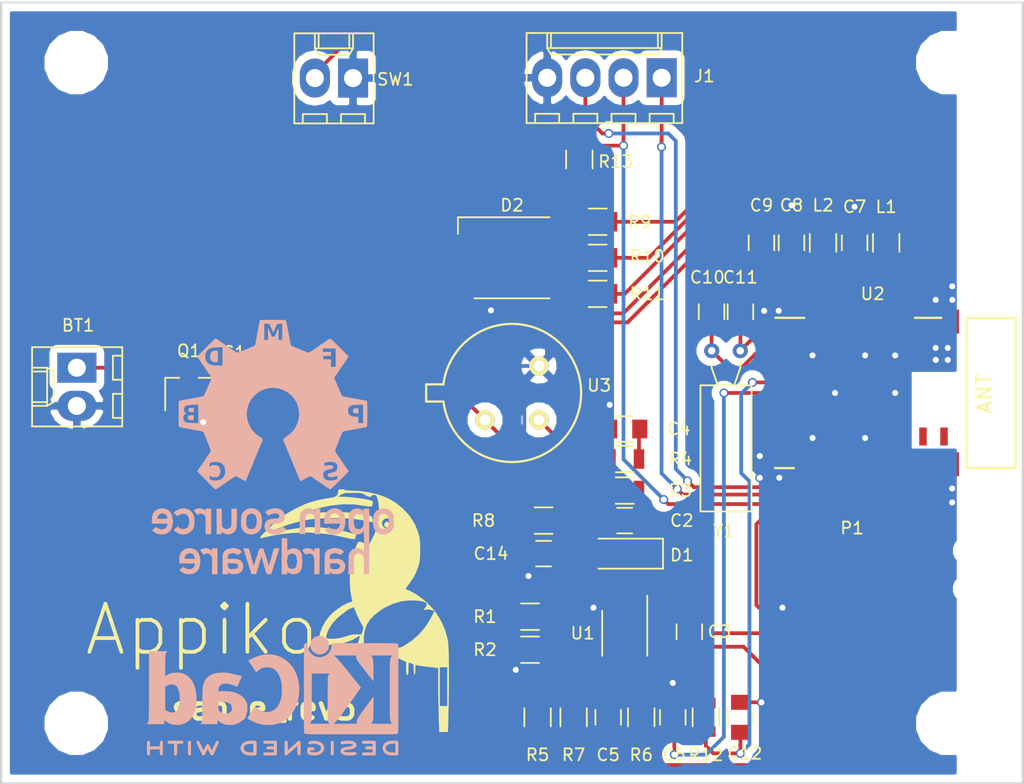
<source format=kicad_pcb>
(kicad_pcb (version 4) (host pcbnew 4.0.7)
  (layers (0 F.Cu signal) (31 B.Cu signal) (34 B.Paste user) (35 F.Paste user) (36 B.SilkS user) (37 F.SilkS user) (38 B.Mask user) (39 F.Mask user) (44 Edge.Cuts user))
  (net 0 "")
  (net 1 "Net-(BT1-Pad1)")
  (net 2 VDD)
  (net 3 GND)
  (net 4 "Net-(C2-Pad1)")
  (net 5 /OUT_A)
  (net 6 "Net-(C3-Pad2)")
  (net 7 "Net-(C4-Pad1)")
  (net 8 "Net-(C5-Pad1)")
  (net 9 "Net-(C5-Pad2)")
  (net 10 /AMP_SIGNAL)
  (net 11 /DEC4)
  (net 12 /LFCLK_XL1)
  (net 13 /LFCLK_XL2)
  (net 14 /AMP_OFFSET)
  (net 15 /PIR_OUT)
  (net 16 "Net-(D2-Pad5)")
  (net 17 "Net-(D2-Pad6)")
  (net 18 /FOCUS)
  (net 19 "Net-(L1-Pad2)")
  (net 20 /DCC)
  (net 21 /TX)
  (net 22 /RX)
  (net 23 /SWDIO)
  (net 24 /SWDCLK)
  (net 25 /RESET)
  (net 26 /GPIO1)
  (net 27 /GPIO2)
  (net 28 /AMP_REF)
  (net 29 /LED_BLUE)
  (net 30 /LED_RED)
  (net 31 /LED_GREEN)
  (net 32 /JACK_DETECT)
  (net 33 "Net-(U2-Pad41)")
  (net 34 "Net-(U2-Pad40)")
  (net 35 /TRIGGER)
  (net 36 "Net-(U2-Pad23)")
  (net 37 "Net-(U2-Pad22)")
  (net 38 "Net-(U2-Pad21)")
  (net 39 "Net-(U2-Pad20)")
  (net 40 "Net-(U2-Pad19)")
  (net 41 "Net-(U2-Pad15)")
  (net 42 /BUTTON)
  (net 43 "Net-(U2-Pad2)")
  (net 44 /LED_SENSE)
  (net 45 "Net-(U2-Pad38)")
  (net 46 "Net-(U2-Pad16)")
  (net 47 "Net-(U2-Pad30)")
  (net 48 "Net-(U2-Pad29)")
  (net 49 "Net-(U2-Pad28)")
  (module Symbols:KiCad-Logo2_8mm_SilkScreen (layer B.Cu) (at 147.08 112.14 180)
    (fp_text reference REF*** hide)
    (fp_text value KiCad-Logo2_8mm_SilkScreen hide)
  )
  (module Appiko_LOGO:LOGO (layer F.Cu) (at 152.5 106.5)
    (fp_text reference G*** hide)
    (fp_text value LOGO hide)
    (fp_text user Appiko (at -10.16 1.27) (layer F.SilkS) (effects (font (size 3.2 3.2) (thickness 0.25))))
  )
  (module Appiko_Logo:OSHW1 (layer B.Cu) (at 147.1 95.6 180)
    (fp_text reference G*** hide)
    (fp_text value LOGO hide)
  )
  (module sense_rev3_fp:Molex_KK-6410-02_02x2.54mm_Straight (layer F.Cu) (at 134.04 90.32 270)
    (fp_text reference BT1 (at -2.818 -0.086 360) (layer F.SilkS) (effects (font (size 0.8 0.8) (thickness 0.12))))
    (fp_text value "2 x 1.3V")
    (pad 1 thru_hole rect (at 0 0 270) (size 2 2.6) (drill 1.2) (layers *.Cu *.Mask) (net 1 "Net-(BT1-Pad1)"))
    (pad 2 thru_hole oval (at 2.54 0 270) (size 2 2.6) (drill 1.2) (layers *.Cu *.Mask) (net 3 GND))
  )
  (module sense_rev3_fp:C_0805 (layer F.Cu) (at 144.5 91.75 270)
    (fp_text reference C1 (at -2.45 0 360) (layer F.SilkS) (effects (font (size 0.8 0.8) (thickness 0.12))))
    (fp_text value 10uF)
    (pad 1 smd rect (at -1 0 270) (size 1 1.25) (layers F.Cu F.Paste F.Mask) (net 2 VDD))
    (pad 2 smd rect (at 1 0 270) (size 1 1.25) (layers F.Cu F.Paste F.Mask) (net 3 GND))
  )
  (module sense_rev3_fp:C_0805 (layer F.Cu) (at 170.5 100.5)
    (fp_text reference C2 (at 3.8 0) (layer F.SilkS) (effects (font (size 0.8 0.8) (thickness 0.12))))
    (fp_text value 10nF)
    (pad 1 smd rect (at -1 0) (size 1 1.25) (layers F.Cu F.Paste F.Mask) (net 4 "Net-(C2-Pad1)"))
    (pad 2 smd rect (at 1 0) (size 1 1.25) (layers F.Cu F.Paste F.Mask) (net 5 /OUT_A))
  )
  (module sense_rev3_fp:C_0805 (layer F.Cu) (at 174.8 107.9 270)
    (fp_text reference C3 (at 0 -2 360) (layer F.SilkS) (effects (font (size 0.8 0.8) (thickness 0.12))))
    (fp_text value 10uF)
    (pad 1 smd rect (at -1 0 270) (size 1 1.25) (layers F.Cu F.Paste F.Mask) (net 5 /OUT_A))
    (pad 2 smd rect (at 1 0 270) (size 1 1.25) (layers F.Cu F.Paste F.Mask) (net 6 "Net-(C3-Pad2)"))
  )
  (module sense_rev3_fp:C_0805 (layer F.Cu) (at 170.5 94.4 180)
    (fp_text reference C4 (at -3.6 0 180) (layer F.SilkS) (effects (font (size 0.8 0.8) (thickness 0.12))))
    (fp_text value 10uF)
    (pad 1 smd rect (at -1 0 180) (size 1 1.25) (layers F.Cu F.Paste F.Mask) (net 7 "Net-(C4-Pad1)"))
    (pad 2 smd rect (at 1 0 180) (size 1 1.25) (layers F.Cu F.Paste F.Mask) (net 3 GND))
  )
  (module sense_rev3_fp:C_0805 (layer F.Cu) (at 169.4 113.6 90)
    (fp_text reference C5 (at -2.5 0 180) (layer F.SilkS) (effects (font (size 0.8 0.8) (thickness 0.12))))
    (fp_text value 10nF)
    (pad 1 smd rect (at -1 0 90) (size 1 1.25) (layers F.Cu F.Paste F.Mask) (net 8 "Net-(C5-Pad1)"))
    (pad 2 smd rect (at 1 0 90) (size 1 1.25) (layers F.Cu F.Paste F.Mask) (net 9 "Net-(C5-Pad2)"))
  )
  (module sense_rev3_fp:C_0805 (layer F.Cu) (at 173.7 113.6 90)
    (fp_text reference C6 (at -2.5 0.1 180) (layer F.SilkS) (effects (font (size 0.8 0.8) (thickness 0.12))))
    (fp_text value 100pF)
    (pad 1 smd rect (at -1 0 90) (size 1 1.25) (layers F.Cu F.Paste F.Mask) (net 10 /AMP_SIGNAL))
    (pad 2 smd rect (at 1 0 90) (size 1 1.25) (layers F.Cu F.Paste F.Mask) (net 3 GND))
  )
  (module sense_rev3_fp:C_0805 (layer F.Cu) (at 185.8 82 90)
    (fp_text reference C7 (at 2.4 0 180) (layer F.SilkS) (effects (font (size 0.8 0.8) (thickness 0.12))))
    (fp_text value 1uF)
    (pad 1 smd rect (at -1 0 90) (size 1 1.25) (layers F.Cu F.Paste F.Mask) (net 11 /DEC4))
    (pad 2 smd rect (at 1 0 90) (size 1 1.25) (layers F.Cu F.Paste F.Mask) (net 3 GND))
  )
  (module sense_rev3_fp:C_0805 (layer F.Cu) (at 181.6 82 90)
    (fp_text reference C8 (at 2.5 0 180) (layer F.SilkS) (effects (font (size 0.8 0.8) (thickness 0.12))))
    (fp_text value 1uF)
    (pad 1 smd rect (at -1 0 90) (size 1 1.25) (layers F.Cu F.Paste F.Mask) (net 2 VDD))
    (pad 2 smd rect (at 1 0 90) (size 1 1.25) (layers F.Cu F.Paste F.Mask) (net 3 GND))
  )
  (module sense_rev3_fp:C_0805 (layer F.Cu) (at 179.6 82 90)
    (fp_text reference C9 (at 2.5 0 180) (layer F.SilkS) (effects (font (size 0.8 0.8) (thickness 0.12))))
    (fp_text value 100nF)
    (pad 1 smd rect (at -1 0 90) (size 1 1.25) (layers F.Cu F.Paste F.Mask) (net 2 VDD))
    (pad 2 smd rect (at 1 0 90) (size 1 1.25) (layers F.Cu F.Paste F.Mask) (net 3 GND))
  )
  (module sense_rev3_fp:C_0805 (layer F.Cu) (at 176.28 86.59 90)
    (fp_text reference C10 (at 2.29 -0.28 180) (layer F.SilkS) (effects (font (size 0.8 0.8) (thickness 0.12))))
    (fp_text value 8pF)
    (pad 1 smd rect (at -1 0 90) (size 1 1.25) (layers F.Cu F.Paste F.Mask) (net 13 /LFCLK_XL2))
    (pad 2 smd rect (at 1 0 90) (size 1 1.25) (layers F.Cu F.Paste F.Mask) (net 3 GND))
  )
  (module sense_rev3_fp:C_0805 (layer F.Cu) (at 178.2 86.59 90)
    (fp_text reference C11 (at 2.29 0 180) (layer F.SilkS) (effects (font (size 0.8 0.8) (thickness 0.12))))
    (fp_text value 8pF)
    (pad 1 smd rect (at -1 0 90) (size 1 1.25) (layers F.Cu F.Paste F.Mask) (net 12 /LFCLK_XL1))
    (pad 2 smd rect (at 1 0 90) (size 1 1.25) (layers F.Cu F.Paste F.Mask) (net 3 GND))
  )
  (module sense_rev3_fp:C_0805 (layer F.Cu) (at 178.2 113.6 90)
    (fp_text reference C12 (at -2.4 0.3 180) (layer F.SilkS) (effects (font (size 0.8 0.8) (thickness 0.12))))
    (fp_text value 10uF)
    (pad 1 smd rect (at -1 0 90) (size 1 1.25) (layers F.Cu F.Paste F.Mask) (net 14 /AMP_OFFSET))
    (pad 2 smd rect (at 1 0 90) (size 1 1.25) (layers F.Cu F.Paste F.Mask) (net 3 GND))
  )
  (module sense_rev3_fp:C_0805 (layer F.Cu) (at 165.1 102.7)
    (fp_text reference C14 (at -3.5 0) (layer F.SilkS) (effects (font (size 0.8 0.8) (thickness 0.12))))
    (fp_text value 100nF)
    (pad 1 smd rect (at -1 0) (size 1 1.25) (layers F.Cu F.Paste F.Mask) (net 3 GND))
    (pad 2 smd rect (at 1 0) (size 1 1.25) (layers F.Cu F.Paste F.Mask) (net 15 /PIR_OUT))
  )
  (module sense_rev3_fp:D_MiniMELF (layer F.Cu) (at 170.5 102.7 180)
    (fp_text reference D1 (at -3.8 -0.1 180) (layer F.SilkS) (effects (font (size 0.8 0.8) (thickness 0.12))))
    (fp_text value 1N4148)
    (pad 1 smd rect (at -1.75 0 180) (size 1.3 1.7) (layers F.Cu F.Paste F.Mask) (net 5 /OUT_A))
    (pad 2 smd rect (at 1.75 0 180) (size 1.3 1.7) (layers F.Cu F.Paste F.Mask) (net 4 "Net-(C2-Pad1)"))
  )
  (module sense_rev3_fp:LED_RGB_5050-6 (layer F.Cu) (at 163 83)
    (fp_text reference D2 (at 0 -3.5 180) (layer F.SilkS) (effects (font (size 0.8 0.8) (thickness 0.12))))
    (fp_text value LED_BRG)
    (pad 1 smd rect (at -2.4 -1.7 90) (size 1.1 2) (layers F.Cu F.Paste F.Mask) (net 3 GND))
    (pad 2 smd rect (at -2.4 0 90) (size 1.1 2) (layers F.Cu F.Paste F.Mask) (net 3 GND))
    (pad 3 smd rect (at -2.4 1.7 90) (size 1.1 2) (layers F.Cu F.Paste F.Mask) (net 3 GND))
    (pad 4 smd rect (at 2.4 1.7 90) (size 1.1 2) (layers F.Cu F.Paste F.Mask) (net 44 /LED_SENSE))
    (pad 5 smd rect (at 2.4 0 90) (size 1.1 2) (layers F.Cu F.Paste F.Mask) (net 16 "Net-(D2-Pad5)"))
    (pad 6 smd rect (at 2.4 -1.7 90) (size 1.1 2) (layers F.Cu F.Paste F.Mask) (net 17 "Net-(D2-Pad6)"))
  )
  (module sense_rev3_fp:Molex_KK-6410-04_04x2.54mm_Straight (layer F.Cu) (at 172.96 71.01 180)
    (fp_text reference J1 (at -2.84 0.11 180) (layer F.SilkS) (effects (font (size 0.8 0.8) (thickness 0.12))))
    (fp_text value Audio-Jack-4)
    (pad 1 thru_hole rect (at 0 0 180) (size 2 2.6) (drill 1.2) (layers *.Cu *.Mask) (net 18 /FOCUS))
    (pad 2 thru_hole oval (at 2.54 0 180) (size 2 2.6) (drill 1.2) (layers *.Cu *.Mask) (net 32 /JACK_DETECT))
    (pad 3 thru_hole oval (at 5.08 0 180) (size 2 2.6) (drill 1.2) (layers *.Cu *.Mask) (net 35 /TRIGGER))
    (pad 4 thru_hole oval (at 7.62 0 180) (size 2 2.6) (drill 1.2) (layers *.Cu *.Mask) (net 3 GND))
  )
  (module sense_rev3_fp:L_0805 (layer F.Cu) (at 187.9 82 90)
    (fp_text reference L1 (at 2.4 0 180) (layer F.SilkS) (effects (font (size 0.8 0.8) (thickness 0.12))))
    (fp_text value 15nH)
    (pad 1 smd rect (at -0.95 0 90) (size 0.7 1.3) (layers F.Cu F.Paste F.Mask) (net 11 /DEC4))
    (pad 2 smd rect (at 0.95 0 90) (size 0.7 1.3) (layers F.Cu F.Paste F.Mask) (net 19 "Net-(L1-Pad2)"))
  )
  (module sense_rev3_fp:L_0805 (layer F.Cu) (at 183.7 82 270)
    (fp_text reference L2 (at -2.5 0 360) (layer F.SilkS) (effects (font (size 0.8 0.8) (thickness 0.12))))
    (fp_text value 10uH)
    (pad 1 smd rect (at -0.95 0 270) (size 0.7 1.3) (layers F.Cu F.Paste F.Mask) (net 19 "Net-(L1-Pad2)"))
    (pad 2 smd rect (at 0.95 0 270) (size 0.7 1.3) (layers F.Cu F.Paste F.Mask) (net 20 /DCC))
  )
  (module sense_rev3_fp:prog_connect (layer F.Cu) (at 185.63 103.77 180)
    (fp_text reference P1 (at 0 2.770002 360) (layer F.SilkS) (effects (font (size 0.8 0.8) (thickness 0.12))))
    (fp_text value CONN_02X05)
    (pad "" np_thru_hole circle (at 7.62 1.27 180) (size 0.8 0.8) (drill 0.8) (layers *.Cu *.Mask))
    (pad "" np_thru_hole circle (at -7.62 -1.27 180) (size 0.8 0.8) (drill 0.8) (layers *.Cu *.Mask))
    (pad 1 connect circle (at -5.08 1.27 180) (size 1 1) (layers F.Cu F.Mask) (net 22 /RX))
    (pad 3 connect circle (at -2.54 1.27 180) (size 1 1) (layers F.Cu F.Mask) (net 27 /GPIO2))
    (pad 5 connect circle (at 0 1.27 180) (size 1 1) (layers F.Cu F.Mask) (net 26 /GPIO1))
    (pad 7 connect circle (at 2.54 1.27 180) (size 1 1) (layers F.Cu F.Mask) (net 24 /SWDCLK))
    (pad 9 connect circle (at 5.08 1.27 180) (size 1 1) (layers F.Cu F.Mask) (net 3 GND))
    (pad 10 connect circle (at 5.08 -1.27 180) (size 1 1) (layers F.Cu F.Mask) (net 3 GND))
    (pad 8 connect circle (at 2.54 -1.27 180) (size 1 1) (layers F.Cu F.Mask) (net 23 /SWDIO))
    (pad 6 connect circle (at 0 -1.27 180) (size 1 1) (layers F.Cu F.Mask) (net 25 /RESET))
    (pad 4 connect circle (at -2.54 -1.27 180) (size 1 1) (layers F.Cu F.Mask) (net 2 VDD))
    (pad 2 connect circle (at -5.08 -1.27 180) (size 1 1) (layers F.Cu F.Mask) (net 21 /TX))
    (pad "" np_thru_hole circle (at -7.62 1.27 180) (size 0.8 0.8) (drill 0.8) (layers *.Cu *.Mask))
  )
  (module sense_rev3_fp:SOT-23 (layer F.Cu) (at 141.5 91.75 90)
    (fp_text reference Q1 (at 2.55 0 180) (layer F.SilkS) (effects (font (size 0.8 0.8) (thickness 0.12))))
    (fp_text value TSM2301)
    (pad 1 smd rect (at -1 -0.95 90) (size 0.9 0.8) (layers F.Cu F.Paste F.Mask) (net 1 "Net-(BT1-Pad1)"))
    (pad 2 smd rect (at -1 0.95 90) (size 0.9 0.8) (layers F.Cu F.Paste F.Mask) (net 3 GND))
    (pad 3 smd rect (at 1 0 90) (size 0.9 0.8) (layers F.Cu F.Paste F.Mask) (net 2 VDD))
  )
  (module sense_rev3_fp:R_0805 (layer F.Cu) (at 164.2 106.9)
    (fp_text reference R1 (at -3 0) (layer F.SilkS) (effects (font (size 0.8 0.8) (thickness 0.12))))
    (fp_text value 47k)
    (pad 1 smd rect (at -0.95 0) (size 0.7 1.3) (layers F.Cu F.Paste F.Mask) (net 2 VDD))
    (pad 2 smd rect (at 0.95 0) (size 0.7 1.3) (layers F.Cu F.Paste F.Mask) (net 28 /AMP_REF))
  )
  (module sense_rev3_fp:R_0805 (layer F.Cu) (at 164.2 109.1 180)
    (fp_text reference R2 (at 3 0 180) (layer F.SilkS) (effects (font (size 0.8 0.8) (thickness 0.12))))
    (fp_text value 47k)
    (pad 1 smd rect (at -0.95 0 180) (size 0.7 1.3) (layers F.Cu F.Paste F.Mask) (net 28 /AMP_REF))
    (pad 2 smd rect (at 0.95 0 180) (size 0.7 1.3) (layers F.Cu F.Paste F.Mask) (net 3 GND))
  )
  (module sense_rev3_fp:R_0805 (layer F.Cu) (at 170.5 98.5)
    (fp_text reference R3 (at 3.7 0) (layer F.SilkS) (effects (font (size 0.8 0.8) (thickness 0.12))))
    (fp_text value 1M5)
    (pad 1 smd rect (at -0.95 0) (size 0.7 1.3) (layers F.Cu F.Paste F.Mask) (net 4 "Net-(C2-Pad1)"))
    (pad 2 smd rect (at 0.95 0) (size 0.7 1.3) (layers F.Cu F.Paste F.Mask) (net 5 /OUT_A))
  )
  (module sense_rev3_fp:R_0805 (layer F.Cu) (at 170.5 96.4 180)
    (fp_text reference R4 (at -3.7 0 180) (layer F.SilkS) (effects (font (size 0.8 0.8) (thickness 0.12))))
    (fp_text value 47k)
    (pad 1 smd rect (at -0.95 0 180) (size 0.7 1.3) (layers F.Cu F.Paste F.Mask) (net 7 "Net-(C4-Pad1)"))
    (pad 2 smd rect (at 0.95 0 180) (size 0.7 1.3) (layers F.Cu F.Paste F.Mask) (net 4 "Net-(C2-Pad1)"))
  )
  (module sense_rev3_fp:R_0805 (layer F.Cu) (at 164.7 113.6 90)
    (fp_text reference R5 (at -2.5 0 180) (layer F.SilkS) (effects (font (size 0.8 0.8) (thickness 0.12))))
    (fp_text value 47k)
    (pad 1 smd rect (at -0.95 0 90) (size 0.7 1.3) (layers F.Cu F.Paste F.Mask) (net 6 "Net-(C3-Pad2)"))
    (pad 2 smd rect (at 0.95 0 90) (size 0.7 1.3) (layers F.Cu F.Paste F.Mask) (net 9 "Net-(C5-Pad2)"))
  )
  (module sense_rev3_fp:R_0805 (layer F.Cu) (at 171.6 113.6 90)
    (fp_text reference R6 (at -2.5 0 180) (layer F.SilkS) (effects (font (size 0.8 0.8) (thickness 0.12))))
    (fp_text value 47k)
    (pad 1 smd rect (at -0.95 0 90) (size 0.7 1.3) (layers F.Cu F.Paste F.Mask) (net 10 /AMP_SIGNAL))
    (pad 2 smd rect (at 0.95 0 90) (size 0.7 1.3) (layers F.Cu F.Paste F.Mask) (net 8 "Net-(C5-Pad1)"))
  )
  (module sense_rev3_fp:R_0805 (layer F.Cu) (at 167.1 113.6 90)
    (fp_text reference R7 (at -2.5 0 180) (layer F.SilkS) (effects (font (size 0.8 0.8) (thickness 0.12))))
    (fp_text value 1M5)
    (pad 1 smd rect (at -0.95 0 90) (size 0.7 1.3) (layers F.Cu F.Paste F.Mask) (net 8 "Net-(C5-Pad1)"))
    (pad 2 smd rect (at 0.95 0 90) (size 0.7 1.3) (layers F.Cu F.Paste F.Mask) (net 9 "Net-(C5-Pad2)"))
  )
  (module sense_rev3_fp:R_0805 (layer F.Cu) (at 165.1 100.5)
    (fp_text reference R8 (at -4 0) (layer F.SilkS) (effects (font (size 0.8 0.8) (thickness 0.12))))
    (fp_text value 47k)
    (pad 1 smd rect (at -0.95 0) (size 0.7 1.3) (layers F.Cu F.Paste F.Mask) (net 3 GND))
    (pad 2 smd rect (at 0.95 0) (size 0.7 1.3) (layers F.Cu F.Paste F.Mask) (net 15 /PIR_OUT))
  )
  (module sense_rev3_fp:R_0805 (layer F.Cu) (at 168.7 80.6 180)
    (fp_text reference R9 (at -2.8 0 180) (layer F.SilkS) (effects (font (size 0.8 0.8) (thickness 0.12))))
    (fp_text value 22E)
    (pad 1 smd rect (at -0.95 0 180) (size 0.7 1.3) (layers F.Cu F.Paste F.Mask) (net 29 /LED_BLUE))
    (pad 2 smd rect (at 0.95 0 180) (size 0.7 1.3) (layers F.Cu F.Paste F.Mask) (net 17 "Net-(D2-Pad6)"))
  )
  (module sense_rev3_fp:R_0805 (layer F.Cu) (at 168.7 83 180)
    (fp_text reference R10 (at -3.3 0.1 180) (layer F.SilkS) (effects (font (size 0.8 0.8) (thickness 0.12))))
    (fp_text value 82E)
    (pad 1 smd rect (at -0.95 0 180) (size 0.7 1.3) (layers F.Cu F.Paste F.Mask) (net 30 /LED_RED))
    (pad 2 smd rect (at 0.95 0 180) (size 0.7 1.3) (layers F.Cu F.Paste F.Mask) (net 16 "Net-(D2-Pad5)"))
  )
  (module sense_rev3_fp:R_0805 (layer F.Cu) (at 168.7 85.4 180)
    (fp_text reference R11 (at -3.3 0 180) (layer F.SilkS) (effects (font (size 0.8 0.8) (thickness 0.12))))
    (fp_text value 22E)
    (pad 1 smd rect (at -0.95 0 180) (size 0.7 1.3) (layers F.Cu F.Paste F.Mask) (net 31 /LED_GREEN))
    (pad 2 smd rect (at 0.95 0 180) (size 0.7 1.3) (layers F.Cu F.Paste F.Mask) (net 44 /LED_SENSE))
  )
  (module sense_rev3_fp:R_0805 (layer F.Cu) (at 175.9 113.6 90)
    (fp_text reference R12 (at -2.5 0 180) (layer F.SilkS) (effects (font (size 0.8 0.8) (thickness 0.12))))
    (fp_text value 47k)
    (pad 1 smd rect (at -0.95 0 90) (size 0.7 1.3) (layers F.Cu F.Paste F.Mask) (net 14 /AMP_OFFSET))
    (pad 2 smd rect (at 0.95 0 90) (size 0.7 1.3) (layers F.Cu F.Paste F.Mask) (net 8 "Net-(C5-Pad1)"))
  )
  (module sense_rev3_fp:R_0805 (layer F.Cu) (at 167.48 76.45 90)
    (fp_text reference R13 (at -0.15 2.42 180) (layer F.SilkS) (effects (font (size 0.8 0.8) (thickness 0.12))))
    (fp_text value 390E)
    (pad 1 smd rect (at -0.95 0 90) (size 0.7 1.3) (layers F.Cu F.Paste F.Mask) (net 2 VDD))
    (pad 2 smd rect (at 0.95 0 90) (size 0.7 1.3) (layers F.Cu F.Paste F.Mask) (net 32 /JACK_DETECT))
  )
  (module sense_rev3_fp:Molex_KK-6410-02_02x2.54mm_Straight (layer F.Cu) (at 152.42 71.03 180)
    (fp_text reference SW1 (at -2.818 -0.086 360) (layer F.SilkS) (effects (font (size 0.8 0.8) (thickness 0.12))))
    (fp_text value SW_SPST)
    (pad 1 thru_hole rect (at 0 0 180) (size 2 2.6) (drill 1.2) (layers *.Cu *.Mask) (net 3 GND))
    (pad 2 thru_hole oval (at 2.54 0 180) (size 2 2.6) (drill 1.2) (layers *.Cu *.Mask) (net 42 /BUTTON))
  )
  (module sense_rev3_fp:SSOP-8_2.95x2.8mm_Pitch0.65mm (layer F.Cu) (at 170.5 108 270)
    (fp_text reference U1 (at 0 2.8 360) (layer F.SilkS) (effects (font (size 0.8 0.8) (thickness 0.12))))
    (fp_text value TLV8802)
    (pad 1 smd rect (at -1.7 -0.975 180) (size 0.3 1.6) (layers F.Cu F.Paste F.Mask) (net 5 /OUT_A))
    (pad 2 smd rect (at -1.7 -0.325 180) (size 0.3 1.6) (layers F.Cu F.Paste F.Mask) (net 4 "Net-(C2-Pad1)"))
    (pad 3 smd rect (at -1.7 0.325 180) (size 0.3 1.6) (layers F.Cu F.Paste F.Mask) (net 15 /PIR_OUT))
    (pad 4 smd rect (at -1.7 0.975 180) (size 0.3 1.6) (layers F.Cu F.Paste F.Mask) (net 3 GND))
    (pad 5 smd rect (at 1.7 0.975 180) (size 0.3 1.6) (layers F.Cu F.Paste F.Mask) (net 28 /AMP_REF))
    (pad 6 smd rect (at 1.7 0.325 180) (size 0.3 1.6) (layers F.Cu F.Paste F.Mask) (net 9 "Net-(C5-Pad2)"))
    (pad 7 smd rect (at 1.7 -0.325 180) (size 0.3 1.6) (layers F.Cu F.Paste F.Mask) (net 8 "Net-(C5-Pad1)"))
    (pad 8 smd rect (at 1.7 -0.975 180) (size 0.3 1.6) (layers F.Cu F.Paste F.Mask) (net 2 VDD))
  )
  (module sense_rev3_fp:mdbt42Q (layer F.Cu) (at 187 92 270)
    (fp_text reference U2 (at -6.6 0 360) (layer F.SilkS) (effects (font (size 0.8 0.8) (thickness 0.12))))
    (fp_text value MDBT42Q hide)
    (fp_text user ANT (at 0.05 -7.45 270) (layer F.SilkS))
    (pad 41 smd rect (at 2.9 -3.35 270) (size 1.2 0.5) (layers F.Cu F.Paste F.Mask) (net 33 "Net-(U2-Pad41)"))
    (pad 40 smd rect (at 2.9 -4.75 270) (size 1.2 0.5) (layers F.Cu F.Paste F.Mask) (net 34 "Net-(U2-Pad40)"))
    (pad 39 smd rect (at 4.75 -5.3 270) (size 1.6 0.9) (layers F.Cu F.Paste F.Mask) (net 3 GND))
    (pad 38 smd rect (at 4.75 -4.4 270) (size 1.6 0.5) (layers F.Cu F.Paste F.Mask) (net 45 "Net-(U2-Pad38)"))
    (pad 37 smd rect (at 4.75 -3.7 270) (size 1.6 0.5) (layers F.Cu F.Paste F.Mask) (net 22 /RX))
    (pad 36 smd rect (at 4.75 -3 270) (size 1.6 0.5) (layers F.Cu F.Paste F.Mask) (net 27 /GPIO2))
    (pad 35 smd rect (at 4.75 -2.3 270) (size 1.6 0.5) (layers F.Cu F.Paste F.Mask) (net 26 /GPIO1))
    (pad 34 smd rect (at 4.75 -1.6 270) (size 1.6 0.5) (layers F.Cu F.Paste F.Mask) (net 24 /SWDCLK))
    (pad 33 smd rect (at 4.75 -0.9 270) (size 1.6 0.5) (layers F.Cu F.Paste F.Mask) (net 23 /SWDIO))
    (pad 32 smd rect (at 4.75 -0.2 270) (size 1.6 0.5) (layers F.Cu F.Paste F.Mask) (net 25 /RESET))
    (pad 31 smd rect (at 4.75 0.5 270) (size 1.6 0.5) (layers F.Cu F.Paste F.Mask) (net 21 /TX))
    (pad 30 smd rect (at 4.75 1.2 270) (size 1.6 0.5) (layers F.Cu F.Paste F.Mask) (net 47 "Net-(U2-Pad30)"))
    (pad 29 smd rect (at 4.75 1.9 270) (size 1.6 0.5) (layers F.Cu F.Paste F.Mask) (net 48 "Net-(U2-Pad29)"))
    (pad 28 smd rect (at 4.75 2.6 270) (size 1.6 0.5) (layers F.Cu F.Paste F.Mask) (net 49 "Net-(U2-Pad28)"))
    (pad 27 smd rect (at 4.75 3.3 270) (size 1.6 0.5) (layers F.Cu F.Paste F.Mask) (net 32 /JACK_DETECT))
    (pad 26 smd rect (at 4.75 4 270) (size 1.6 0.5) (layers F.Cu F.Paste F.Mask) (net 18 /FOCUS))
    (pad 25 smd rect (at 4.75 4.7 270) (size 1.6 0.5) (layers F.Cu F.Paste F.Mask) (net 35 /TRIGGER))
    (pad 24 smd rect (at 4.2 6.25 270) (size 0.5 1.6) (layers F.Cu F.Paste F.Mask) (net 3 GND))
    (pad 23 smd rect (at 3.5 6.25 270) (size 0.5 1.6) (layers F.Cu F.Paste F.Mask) (net 36 "Net-(U2-Pad23)"))
    (pad 22 smd rect (at 2.8 6.25 270) (size 0.5 1.6) (layers F.Cu F.Paste F.Mask) (net 37 "Net-(U2-Pad22)"))
    (pad 21 smd rect (at 2.1 6.25 270) (size 0.5 1.6) (layers F.Cu F.Paste F.Mask) (net 38 "Net-(U2-Pad21)"))
    (pad 20 smd rect (at 1.4 6.25 270) (size 0.5 1.6) (layers F.Cu F.Paste F.Mask) (net 39 "Net-(U2-Pad20)"))
    (pad 19 smd rect (at 0.7 6.25 270) (size 0.5 1.6) (layers F.Cu F.Paste F.Mask) (net 40 "Net-(U2-Pad19)"))
    (pad 18 smd rect (at 0 6.25 270) (size 0.5 1.6) (layers F.Cu F.Paste F.Mask) (net 10 /AMP_SIGNAL))
    (pad 17 smd rect (at -0.7 6.25 270) (size 0.5 1.6) (layers F.Cu F.Paste F.Mask) (net 14 /AMP_OFFSET))
    (pad 16 smd rect (at -1.4 6.25 270) (size 0.5 1.6) (layers F.Cu F.Paste F.Mask) (net 46 "Net-(U2-Pad16)"))
    (pad 15 smd rect (at -2.1 6.25 270) (size 0.5 1.6) (layers F.Cu F.Paste F.Mask) (net 41 "Net-(U2-Pad15)"))
    (pad 14 smd rect (at -2.8 6.25 270) (size 0.5 1.6) (layers F.Cu F.Paste F.Mask) (net 13 /LFCLK_XL2))
    (pad 13 smd rect (at -3.5 6.25 270) (size 0.5 1.6) (layers F.Cu F.Paste F.Mask) (net 12 /LFCLK_XL1))
    (pad 11 smd rect (at -4.75 4 270) (size 1.6 0.5) (layers F.Cu F.Paste F.Mask) (net 2 VDD))
    (pad 10 smd rect (at -4.75 3.3 270) (size 1.6 0.5) (layers F.Cu F.Paste F.Mask) (net 20 /DCC))
    (pad 9 smd rect (at -4.75 2.6 270) (size 1.6 0.5) (layers F.Cu F.Paste F.Mask) (net 11 /DEC4))
    (pad 8 smd rect (at -4.75 1.9 270) (size 1.6 0.5) (layers F.Cu F.Paste F.Mask) (net 2 VDD))
    (pad 7 smd rect (at -4.75 1.2 270) (size 1.6 0.5) (layers F.Cu F.Paste F.Mask) (net 44 /LED_SENSE))
    (pad 6 smd rect (at -4.75 0.5 270) (size 1.6 0.5) (layers F.Cu F.Paste F.Mask) (net 31 /LED_GREEN))
    (pad 5 smd rect (at -4.75 -0.2 270) (size 1.6 0.5) (layers F.Cu F.Paste F.Mask) (net 30 /LED_RED))
    (pad 4 smd rect (at -4.75 -0.9 270) (size 1.6 0.5) (layers F.Cu F.Paste F.Mask) (net 29 /LED_BLUE))
    (pad 3 smd rect (at -4.75 -1.6 270) (size 1.6 0.5) (layers F.Cu F.Paste F.Mask) (net 42 /BUTTON))
    (pad 1 smd rect (at -4.75 -5.3 270) (size 1.6 0.9) (layers F.Cu F.Paste F.Mask) (net 3 GND))
    (pad 2 smd rect (at -4.75 -2.3 270) (size 1.6 0.5) (layers F.Cu F.Paste F.Mask) (net 43 "Net-(U2-Pad2)"))
    (pad 12 smd rect (at -4.3 6.25 270) (size 0.5 1.6) (layers F.Cu F.Paste F.Mask) (net 3 GND))
  )
  (module sense_rev3_fp:PIR_TO5 (layer F.Cu) (at 163 92)
    (fp_text reference U3 (at 5.8 -0.5) (layer F.SilkS) (effects (font (size 0.8 0.8) (thickness 0.12))))
    (fp_text value PIR)
    (pad 1 thru_hole circle (at -1.796 1.796) (size 1.3 1.3) (drill 0.7) (layers *.Cu *.Mask F.SilkS) (net 2 VDD))
    (pad 3 thru_hole circle (at 1.796 -1.796) (size 1.3 1.3) (drill 0.7) (layers *.Cu *.Mask F.SilkS) (net 3 GND))
    (pad 2 thru_hole circle (at 1.796 1.796) (size 1.3 1.3) (drill 0.7) (layers *.Cu *.Mask F.SilkS) (net 15 /PIR_OUT))
  )
  (module sense_rev3_fp:Crystal_C38-LF_d3.0mm_l8.0mm_Horizontal (layer F.Cu) (at 176.29 89.19)
    (fp_text reference Y1 (at 0.81 12.01 180) (layer F.SilkS) (effects (font (size 0.8 0.8) (thickness 0.12))))
    (fp_text value Crystal)
    (pad 1 thru_hole circle (at 0 0) (size 1 1) (drill 0.5) (layers *.Cu *.Mask) (net 13 /LFCLK_XL2))
    (pad 2 thru_hole circle (at 1.9 0) (size 1 1) (drill 0.5) (layers *.Cu *.Mask) (net 12 /LFCLK_XL1))
  )
  (module sense_rev3_fp:MountingHole_3.2mm_M3 (layer F.Cu) (at 134 70)
    (fp_text reference MK1 hide)
    (fp_text value Mounting_Hole1)
    (pad 1 np_thru_hole circle (at 0 0) (size 3.2 3.2) (drill 3.2) (layers *.Cu *.Mask))
  )
  (module sense_rev3_fp:MountingHole_3.2mm_M3 (layer F.Cu) (at 192 70)
    (fp_text reference MK2 hide)
    (fp_text value Mounting_Hole2)
    (pad 1 np_thru_hole circle (at 0 0) (size 3.2 3.2) (drill 3.2) (layers *.Cu *.Mask))
  )
  (module sense_rev3_fp:MountingHole_3.2mm_M3 (layer F.Cu) (at 134 114)
    (fp_text reference MK3 hide)
    (fp_text value Mounting_Hole3)
    (pad 1 np_thru_hole circle (at 0 0) (size 3.2 3.2) (drill 3.2) (layers *.Cu *.Mask))
  )
  (module sense_rev3_fp:MountingHole_3.2mm_M3 (layer F.Cu) (at 192 114)
    (fp_text reference MK4 hide)
    (fp_text value Mounting_Hole4)
    (pad 1 np_thru_hole circle (at 0 0) (size 3.2 3.2) (drill 3.2) (layers *.Cu *.Mask))
  )
  (gr_text sense_rev3 (at 146.5 113) (layer F.SilkS) (effects (font (size 1.5 1.5) (thickness 0.3))))
  (gr_line (start 197 118) (end 129 118) (angle 90) (layer Edge.Cuts) (width 0.15))
  (gr_line (start 197 66) (end 197 118) (angle 90) (layer Edge.Cuts) (width 0.15))
  (gr_line (start 129 66) (end 197 66) (angle 90) (layer Edge.Cuts) (width 0.15))
  (gr_line (start 129 118) (end 129 66) (angle 90) (layer Edge.Cuts) (width 0.15))
  (segment (start 134.04 90.32) (end 137.87 90.32) (width 0.25) (layer F.Cu) (net 1))
  (segment (start 137.87 90.32) (end 138.02 90.32) (width 0.25) (layer F.Cu) (net 1))
  (segment (start 138.13 90.32) (end 137.87 90.32) (width 0.25) (layer F.Cu) (net 1))
  (segment (start 138.13 90.32) (end 140.56 92.75) (width 0.25) (layer F.Cu) (net 1))
  (segment (start 156.208 88.8) (end 146.575 88.8) (width 0.25) (layer F.Cu) (net 2))
  (segment (start 146.75 81.95) (end 146.9 81.8) (width 0.25) (layer F.Cu) (net 2))
  (segment (start 146.9 81.8) (end 151.3 77.4) (width 0.25) (layer F.Cu) (net 2))
  (segment (start 146.575 88.8) (end 146.575 82.125) (width 0.25) (layer F.Cu) (net 2))
  (segment (start 146.575 82.125) (end 146.9 81.8) (width 0.25) (layer F.Cu) (net 2))
  (segment (start 144.5 90.75) (end 144.625 90.75) (width 0.25) (layer F.Cu) (net 2))
  (segment (start 144.625 90.75) (end 146.575 88.8) (width 0.25) (layer F.Cu) (net 2))
  (segment (start 171.475 108.025) (end 167.860002 108.025) (width 0.25) (layer F.Cu) (net 2))
  (segment (start 167.860002 108.025) (end 165.760001 105.924999) (width 0.25) (layer F.Cu) (net 2))
  (segment (start 165.760001 105.924999) (end 163.925001 105.924999) (width 0.25) (layer F.Cu) (net 2))
  (segment (start 163.925001 105.924999) (end 163.25 106.6) (width 0.25) (layer F.Cu) (net 2))
  (segment (start 163.25 106.6) (end 163.25 106.9) (width 0.25) (layer F.Cu) (net 2))
  (segment (start 161.196 93.796) (end 163.25 95.85) (width 0.25) (layer F.Cu) (net 2))
  (segment (start 163.25 95.85) (end 163.25 106.9) (width 0.25) (layer F.Cu) (net 2))
  (segment (start 170.689998 87.3) (end 174.99 83) (width 0.25) (layer F.Cu) (net 2))
  (segment (start 163.1 77.4) (end 163.1 85.7) (width 0.25) (layer F.Cu) (net 2))
  (segment (start 163.1 85.7) (end 164.7 87.3) (width 0.25) (layer F.Cu) (net 2))
  (segment (start 164.7 87.3) (end 170.689998 87.3) (width 0.25) (layer F.Cu) (net 2))
  (segment (start 174.99 83) (end 179.6 83) (width 0.25) (layer F.Cu) (net 2))
  (segment (start 163.1 77.4) (end 166.67 77.4) (width 0.25) (layer F.Cu) (net 2))
  (segment (start 166.67 77.4) (end 167.48 77.4) (width 0.25) (layer F.Cu) (net 2))
  (segment (start 151.3 77.4) (end 163.1 77.4) (width 0.25) (layer F.Cu) (net 2))
  (segment (start 173.4 108) (end 185.77 108) (width 0.25) (layer F.Cu) (net 2))
  (segment (start 188.17 105.04) (end 188.17 105.747106) (width 0.25) (layer F.Cu) (net 2))
  (segment (start 188.17 105.747106) (end 185.917106 108) (width 0.25) (layer F.Cu) (net 2))
  (segment (start 185.917106 108) (end 185.77 108) (width 0.25) (layer F.Cu) (net 2))
  (segment (start 171.475 109.7) (end 171.475 108.025) (width 0.25) (layer F.Cu) (net 2))
  (segment (start 171.475 108.025) (end 171.5 108) (width 0.25) (layer F.Cu) (net 2))
  (segment (start 171.5 108) (end 173.4 108) (width 0.25) (layer F.Cu) (net 2))
  (segment (start 173.4 108) (end 173.5 108) (width 0.25) (layer F.Cu) (net 2))
  (segment (start 183.3 88.6) (end 184.8 88.6) (width 0.25) (layer F.Cu) (net 2))
  (segment (start 184.8 88.6) (end 185.1 88.3) (width 0.25) (layer F.Cu) (net 2))
  (segment (start 185.1 88.3) (end 185.1 87.25) (width 0.25) (layer F.Cu) (net 2))
  (segment (start 183 87.25) (end 183 88.3) (width 0.25) (layer F.Cu) (net 2))
  (segment (start 183 88.3) (end 183.3 88.6) (width 0.25) (layer F.Cu) (net 2))
  (segment (start 183 87.25) (end 183 85.9) (width 0.25) (layer F.Cu) (net 2))
  (segment (start 183 85.9) (end 182.6 85.5) (width 0.25) (layer F.Cu) (net 2))
  (segment (start 182.6 85.5) (end 182.4 85.3) (width 0.25) (layer F.Cu) (net 2))
  (segment (start 182.4 85.3) (end 181.6 84.5) (width 0.25) (layer F.Cu) (net 2))
  (segment (start 181.6 84.5) (end 181.6 83) (width 0.25) (layer F.Cu) (net 2))
  (segment (start 179.6 83) (end 181.6 83) (width 0.25) (layer F.Cu) (net 2))
  (segment (start 156.208 88.8) (end 161.204 93.796) (width 0.25) (layer F.Cu) (net 2))
  (segment (start 141.5 90.75) (end 144.5 90.75) (width 0.25) (layer F.Cu) (net 2))
  (segment (start 181 106.3) (end 180.55 105.85) (width 0.25) (layer B.Cu) (net 3))
  (segment (start 180.55 105.85) (end 180.55 100.77) (width 0.25) (layer B.Cu) (net 3))
  (segment (start 180.55 100.77) (end 181.92 99.4) (width 0.25) (layer B.Cu) (net 3))
  (segment (start 180.79 97.65) (end 180.79 98.27) (width 0.25) (layer B.Cu) (net 3))
  (segment (start 190.825736 99.4) (end 191.865736 98.36) (width 0.25) (layer B.Cu) (net 3))
  (segment (start 180.79 98.27) (end 181.92 99.4) (width 0.25) (layer B.Cu) (net 3))
  (segment (start 181.92 99.4) (end 190.825736 99.4) (width 0.25) (layer B.Cu) (net 3))
  (segment (start 191.865736 98.36) (end 192.29 98.36) (width 0.25) (layer B.Cu) (net 3))
  (segment (start 163.820999 91.179001) (end 163.820999 103.486735) (width 0.25) (layer B.Cu) (net 3))
  (segment (start 165.32 89.68) (end 164.796 90.204) (width 0.25) (layer B.Cu) (net 3))
  (segment (start 179.6 112.6) (end 180.29 112.6) (width 0.25) (layer B.Cu) (net 3))
  (segment (start 180.29 112.6) (end 181 111.89) (width 0.25) (layer B.Cu) (net 3))
  (segment (start 181 111.89) (end 181 106.3) (width 0.25) (layer B.Cu) (net 3))
  (segment (start 178.2 112.6) (end 179.6 112.6) (width 0.25) (layer F.Cu) (net 3))
  (segment (start 164.25 110.26) (end 164.25 109.34) (width 0.25) (layer B.Cu) (net 3))
  (segment (start 164.25 109.34) (end 165.6 107.99) (width 0.25) (layer B.Cu) (net 3))
  (segment (start 164.07 110.44) (end 164.25 110.26) (width 0.25) (layer B.Cu) (net 3))
  (segment (start 163.25 110.44) (end 164.07 110.44) (width 0.25) (layer B.Cu) (net 3))
  (segment (start 163.25 109.1) (end 163.25 110.44) (width 0.25) (layer F.Cu) (net 3))
  (via (at 163.25 110.44) (size 0.6) (drill 0.4) (layers F.Cu B.Cu) (net 3))
  (segment (start 188.5 89.5) (end 189.8 89.5) (width 0.25) (layer B.Cu) (net 3))
  (segment (start 186.5 89.5) (end 188.5 89.5) (width 0.25) (layer B.Cu) (net 3))
  (via (at 188.5 89.5) (size 0.6) (drill 0.4) (layers F.Cu B.Cu) (net 3))
  (segment (start 191.2 89.8) (end 191.2 89) (width 0.25) (layer B.Cu) (net 3))
  (segment (start 192 89.8) (end 191.2 89.8) (width 0.25) (layer B.Cu) (net 3))
  (via (at 191.2 89.8) (size 0.6) (drill 0.4) (layers F.Cu B.Cu) (net 3))
  (segment (start 192 89) (end 192 89.8) (width 0.25) (layer B.Cu) (net 3))
  (via (at 192 89.8) (size 0.6) (drill 0.4) (layers F.Cu B.Cu) (net 3))
  (segment (start 191.2 89) (end 192 89) (width 0.25) (layer B.Cu) (net 3))
  (via (at 192 89) (size 0.6) (drill 0.4) (layers F.Cu B.Cu) (net 3))
  (segment (start 191.2 88.1) (end 191.2 89) (width 0.25) (layer B.Cu) (net 3))
  (via (at 191.2 89) (size 0.6) (drill 0.4) (layers F.Cu B.Cu) (net 3))
  (segment (start 179.49 97.65) (end 179.49 96.2) (width 0.25) (layer B.Cu) (net 3))
  (segment (start 180.79 97.65) (end 179.49 97.65) (width 0.25) (layer B.Cu) (net 3))
  (via (at 179.49 97.65) (size 0.6) (drill 0.4) (layers F.Cu B.Cu) (net 3))
  (via (at 180.79 97.65) (size 0.6) (drill 0.4) (layers F.Cu B.Cu) (net 3))
  (segment (start 192.29 98.36) (end 192.29 99.29) (width 0.25) (layer B.Cu) (net 3))
  (via (at 192.29 99.29) (size 0.6) (drill 0.4) (layers F.Cu B.Cu) (net 3))
  (segment (start 191.8 85.29) (end 191.91 85.29) (width 0.25) (layer B.Cu) (net 3))
  (segment (start 191.91 85.29) (end 192.3 84.9) (width 0.25) (layer B.Cu) (net 3))
  (via (at 192.3 84.9) (size 0.6) (drill 0.4) (layers F.Cu B.Cu) (net 3))
  (segment (start 192.000001 85.490001) (end 191.8 85.29) (width 0.25) (layer B.Cu) (net 3))
  (segment (start 191.8 85.29) (end 190.79 84.28) (width 0.25) (layer B.Cu) (net 3))
  (segment (start 191.71 85.29) (end 191.8 85.29) (width 0.25) (layer B.Cu) (net 3))
  (segment (start 191.2 85.8) (end 191.71 85.29) (width 0.25) (layer B.Cu) (net 3))
  (segment (start 189.8 89.5) (end 191.2 88.1) (width 0.25) (layer B.Cu) (net 3))
  (segment (start 191.2 88.1) (end 191.2 85.8) (width 0.25) (layer B.Cu) (net 3))
  (via (at 191.2 85.8) (size 0.6) (drill 0.4) (layers F.Cu B.Cu) (net 3))
  (segment (start 183 89.5) (end 186.5 89.5) (width 0.25) (layer B.Cu) (net 3))
  (segment (start 188.5 92) (end 188.5 91.5) (width 0.25) (layer B.Cu) (net 3))
  (segment (start 188.5 91.5) (end 186.5 89.5) (width 0.25) (layer B.Cu) (net 3))
  (via (at 186.5 89.5) (size 0.6) (drill 0.4) (layers F.Cu B.Cu) (net 3))
  (segment (start 183 95) (end 183 93.5) (width 0.25) (layer B.Cu) (net 3))
  (segment (start 183 93.5) (end 184.5 92) (width 0.25) (layer B.Cu) (net 3))
  (segment (start 186.5 95) (end 183 95) (width 0.25) (layer B.Cu) (net 3))
  (via (at 183 95) (size 0.6) (drill 0.4) (layers F.Cu B.Cu) (net 3))
  (segment (start 188.5 92) (end 188.5 93) (width 0.25) (layer B.Cu) (net 3))
  (segment (start 188.5 93) (end 186.5 95) (width 0.25) (layer B.Cu) (net 3))
  (via (at 186.5 95) (size 0.6) (drill 0.4) (layers F.Cu B.Cu) (net 3))
  (segment (start 184.5 92) (end 188.5 92) (width 0.25) (layer B.Cu) (net 3))
  (via (at 188.5 92) (size 0.6) (drill 0.4) (layers F.Cu B.Cu) (net 3))
  (segment (start 183 89.5) (end 183 90.5) (width 0.25) (layer B.Cu) (net 3))
  (segment (start 183 90.5) (end 184.5 92) (width 0.25) (layer B.Cu) (net 3))
  (via (at 184.5 92) (size 0.6) (drill 0.4) (layers F.Cu B.Cu) (net 3))
  (segment (start 180.75 86.53) (end 180.75 87.25) (width 0.25) (layer B.Cu) (net 3))
  (segment (start 180.75 87.25) (end 183 89.5) (width 0.25) (layer B.Cu) (net 3))
  (via (at 183 89.5) (size 0.6) (drill 0.4) (layers F.Cu B.Cu) (net 3))
  (segment (start 164.796 90.204) (end 163.820999 91.179001) (width 0.25) (layer B.Cu) (net 3))
  (segment (start 163.820999 103.486735) (end 164.1 103.765736) (width 0.25) (layer B.Cu) (net 3))
  (segment (start 164.1 103.765736) (end 164.1 104.19) (width 0.25) (layer B.Cu) (net 3))
  (segment (start 142.45 93.95) (end 146.196 90.204) (width 0.25) (layer B.Cu) (net 3))
  (segment (start 146.196 90.204) (end 164.796 90.204) (width 0.25) (layer B.Cu) (net 3))
  (segment (start 165.32 71.03) (end 165.32 89.68) (width 0.25) (layer B.Cu) (net 3))
  (segment (start 152.42 71.03) (end 165.32 71.03) (width 0.25) (layer B.Cu) (net 3))
  (segment (start 164.796 90.204) (end 161.6 87.008) (width 0.25) (layer B.Cu) (net 3))
  (segment (start 161.6 87.008) (end 161.6 86.5) (width 0.25) (layer B.Cu) (net 3))
  (segment (start 179.78 86.53) (end 179.480001 86.230001) (width 0.25) (layer B.Cu) (net 3))
  (segment (start 179.480001 86.230001) (end 179.480001 81.619999) (width 0.25) (layer B.Cu) (net 3))
  (segment (start 179.480001 81.619999) (end 181.300001 79.799999) (width 0.25) (layer B.Cu) (net 3))
  (segment (start 181.300001 79.799999) (end 181.6 79.5) (width 0.25) (layer B.Cu) (net 3))
  (segment (start 180.75 86.53) (end 180.75 87.7) (width 0.25) (layer F.Cu) (net 3))
  (segment (start 160.6 85.5) (end 161.6 86.5) (width 0.25) (layer F.Cu) (net 3))
  (segment (start 160.6 84.7) (end 160.6 85.5) (width 0.25) (layer F.Cu) (net 3))
  (via (at 161.6 86.5) (size 0.6) (drill 0.4) (layers F.Cu B.Cu) (net 3))
  (segment (start 179.78 86.53) (end 180.75 86.53) (width 0.25) (layer B.Cu) (net 3))
  (segment (start 179.78 86.53) (end 178.84 85.59) (width 0.25) (layer F.Cu) (net 3))
  (segment (start 178.84 85.59) (end 178.2 85.59) (width 0.25) (layer F.Cu) (net 3))
  (via (at 179.78 86.53) (size 0.6) (drill 0.4) (layers F.Cu B.Cu) (net 3))
  (via (at 180.75 86.53) (size 0.6) (drill 0.4) (layers F.Cu B.Cu) (net 3))
  (segment (start 176.28 85.59) (end 178.2 85.59) (width 0.25) (layer F.Cu) (net 3))
  (segment (start 192.3 96.75) (end 192.3 98.35) (width 0.25) (layer F.Cu) (net 3))
  (segment (start 192.3 98.35) (end 192.29 98.36) (width 0.25) (layer F.Cu) (net 3))
  (via (at 192.29 98.36) (size 0.6) (drill 0.4) (layers F.Cu B.Cu) (net 3))
  (segment (start 180.75 96.2) (end 179.49 96.2) (width 0.25) (layer F.Cu) (net 3))
  (segment (start 164.15 100.5) (end 164.15 102.65) (width 0.25) (layer F.Cu) (net 3))
  (segment (start 164.15 102.65) (end 164.1 102.7) (width 0.25) (layer F.Cu) (net 3))
  (segment (start 166.32 104.2) (end 168.42 106.3) (width 0.25) (layer B.Cu) (net 3))
  (segment (start 166.32 104.19) (end 164.1 104.19) (width 0.25) (layer B.Cu) (net 3))
  (segment (start 169.525 106.3) (end 168.94 106.3) (width 0.25) (layer F.Cu) (net 3))
  (segment (start 168.94 106.3) (end 168.59 106.3) (width 0.25) (layer F.Cu) (net 3))
  (segment (start 168.42 106.3) (end 168.94 106.3) (width 0.25) (layer F.Cu) (net 3))
  (segment (start 135.15 95.22) (end 141.53 95.22) (width 0.25) (layer B.Cu) (net 3))
  (segment (start 142.45 93.95) (end 142.45 94.374264) (width 0.25) (layer B.Cu) (net 3))
  (segment (start 142.45 94.374264) (end 141.604264 95.22) (width 0.25) (layer B.Cu) (net 3))
  (segment (start 141.604264 95.22) (end 141.53 95.22) (width 0.25) (layer B.Cu) (net 3))
  (segment (start 142.45 92.75) (end 142.45 93.95) (width 0.25) (layer F.Cu) (net 3))
  (segment (start 142.45 92.75) (end 144.5 92.75) (width 0.25) (layer F.Cu) (net 3))
  (via (at 142.45 93.95) (size 0.6) (drill 0.4) (layers F.Cu B.Cu) (net 3))
  (segment (start 134.04 92.86) (end 134.04 94.11) (width 0.25) (layer B.Cu) (net 3))
  (segment (start 134.04 94.11) (end 135.15 95.22) (width 0.25) (layer B.Cu) (net 3))
  (via (at 168.42 106.3) (size 0.6) (drill 0.4) (layers F.Cu B.Cu) (net 3))
  (segment (start 164.1 104.19) (end 164.1 102.7) (width 0.25) (layer F.Cu) (net 3))
  (segment (start 165.6 107.99) (end 164.1 106.49) (width 0.25) (layer B.Cu) (net 3))
  (segment (start 164.1 106.49) (end 164.1 104.19) (width 0.25) (layer B.Cu) (net 3))
  (via (at 164.1 104.19) (size 0.6) (drill 0.4) (layers F.Cu B.Cu) (net 3))
  (segment (start 172.52 107.99) (end 165.6 107.99) (width 0.25) (layer B.Cu) (net 3))
  (segment (start 172.86 108.33) (end 172.52 107.99) (width 0.25) (layer B.Cu) (net 3))
  (segment (start 172.86 110.045736) (end 172.86 108.33) (width 0.25) (layer B.Cu) (net 3))
  (segment (start 173.7 111.31) (end 173.7 110.885736) (width 0.25) (layer B.Cu) (net 3))
  (segment (start 173.7 110.885736) (end 172.86 110.045736) (width 0.25) (layer B.Cu) (net 3))
  (segment (start 173.7 112.6) (end 173.7 111.31) (width 0.25) (layer F.Cu) (net 3))
  (via (at 173.7 111.31) (size 0.6) (drill 0.4) (layers F.Cu B.Cu) (net 3))
  (via (at 179.6 112.6) (size 0.6) (drill 0.4) (layers F.Cu B.Cu) (net 3))
  (segment (start 190.79 78.86) (end 186.54 78.86) (width 0.25) (layer B.Cu) (net 3))
  (segment (start 186.54 78.86) (end 185.8 79.6) (width 0.25) (layer B.Cu) (net 3))
  (segment (start 190.79 84.28) (end 190.79 78.86) (width 0.25) (layer B.Cu) (net 3))
  (segment (start 192.3 85.8) (end 192.000001 85.500001) (width 0.25) (layer B.Cu) (net 3))
  (segment (start 192.000001 85.500001) (end 192.000001 85.490001) (width 0.25) (layer B.Cu) (net 3))
  (segment (start 192.3 87.25) (end 192.3 85.8) (width 0.25) (layer F.Cu) (net 3))
  (via (at 192.3 85.8) (size 0.6) (drill 0.4) (layers F.Cu B.Cu) (net 3))
  (segment (start 169.5 94.4) (end 169.5 92.79) (width 0.25) (layer F.Cu) (net 3))
  (via (at 169.5 92.79) (size 0.6) (drill 0.4) (layers F.Cu B.Cu) (net 3))
  (via (at 179.49 96.2) (size 0.6) (drill 0.4) (layers F.Cu B.Cu) (net 3))
  (segment (start 180.55 105.04) (end 180.55 105.85) (width 0.25) (layer F.Cu) (net 3))
  (segment (start 180.55 105.85) (end 181 106.3) (width 0.25) (layer F.Cu) (net 3))
  (via (at 181 106.3) (size 0.6) (drill 0.4) (layers F.Cu B.Cu) (net 3))
  (segment (start 160.6 83) (end 160.6 81.3) (width 0.25) (layer F.Cu) (net 3))
  (segment (start 160.6 84.7) (end 160.6 83) (width 0.25) (layer F.Cu) (net 3))
  (segment (start 180.55 102.5) (end 180.55 105.04) (width 0.25) (layer F.Cu) (net 3))
  (segment (start 181.6 81) (end 181.6 79.5) (width 0.25) (layer F.Cu) (net 3))
  (via (at 181.6 79.5) (size 0.6) (drill 0.4) (layers F.Cu B.Cu) (net 3))
  (segment (start 185.8 81) (end 185.8 79.6) (width 0.25) (layer F.Cu) (net 3))
  (via (at 185.8 79.6) (size 0.6) (drill 0.4) (layers F.Cu B.Cu) (net 3))
  (segment (start 179.6 81) (end 181.6 81) (width 0.25) (layer F.Cu) (net 3))
  (segment (start 169.5 96.4) (end 169.5 98.5) (width 0.25) (layer F.Cu) (net 4))
  (segment (start 169.5 100.5) (end 168.75 101.25) (width 0.25) (layer F.Cu) (net 4))
  (segment (start 168.75 101.25) (end 168.75 102.7) (width 0.25) (layer F.Cu) (net 4))
  (segment (start 169.5 98.55) (end 169.5 100.5) (width 0.25) (layer F.Cu) (net 4))
  (segment (start 170.825 106.3) (end 170.825 104.775) (width 0.25) (layer F.Cu) (net 4))
  (segment (start 170.825 104.775) (end 168.75 102.7) (width 0.25) (layer F.Cu) (net 4))
  (segment (start 174.4 104.6) (end 171.475 104.6) (width 0.25) (layer F.Cu) (net 5))
  (segment (start 174.8 106.9) (end 174.8 105) (width 0.25) (layer F.Cu) (net 5))
  (segment (start 174.8 105) (end 174.4 104.6) (width 0.25) (layer F.Cu) (net 5))
  (segment (start 171.5 100.5) (end 172.25 101.25) (width 0.25) (layer F.Cu) (net 5))
  (segment (start 172.25 101.25) (end 172.25 102.7) (width 0.25) (layer F.Cu) (net 5))
  (segment (start 171.5 98.55) (end 171.5 100.5) (width 0.25) (layer F.Cu) (net 5))
  (segment (start 171.475 106.3) (end 171.475 104.6) (width 0.25) (layer F.Cu) (net 5))
  (segment (start 171.475 104.6) (end 171.475 103.475) (width 0.25) (layer F.Cu) (net 5))
  (segment (start 171.475 103.475) (end 172.25 102.7) (width 0.25) (layer F.Cu) (net 5))
  (segment (start 174.8 108.9) (end 178.41 108.9) (width 0.25) (layer F.Cu) (net 6))
  (segment (start 178.41 108.9) (end 180.925002 111.415002) (width 0.25) (layer F.Cu) (net 6))
  (segment (start 180.925002 111.415002) (end 180.925002 115.994998) (width 0.25) (layer F.Cu) (net 6))
  (segment (start 180.925002 115.994998) (end 180.14 116.78) (width 0.25) (layer F.Cu) (net 6))
  (segment (start 180.14 116.78) (end 167.83 116.78) (width 0.25) (layer F.Cu) (net 6))
  (segment (start 167.83 116.78) (end 165.6 114.55) (width 0.25) (layer F.Cu) (net 6))
  (segment (start 165.6 114.55) (end 164.7 114.55) (width 0.25) (layer F.Cu) (net 6))
  (segment (start 171.45 96.4) (end 171.45 94.45) (width 0.25) (layer F.Cu) (net 7))
  (segment (start 175.5 113.6) (end 171.6 113.6) (width 0.25) (layer F.Cu) (net 8))
  (segment (start 171.6 113.6) (end 171.1 113.6) (width 0.25) (layer F.Cu) (net 8))
  (segment (start 171.6 113.1) (end 171.6 113.6) (width 0.25) (layer F.Cu) (net 8))
  (segment (start 175.9 112.65) (end 175.9 113.2) (width 0.25) (layer F.Cu) (net 8))
  (segment (start 175.9 113.2) (end 175.5 113.6) (width 0.25) (layer F.Cu) (net 8))
  (segment (start 171.6 112.65) (end 171.6 113.1) (width 0.25) (layer F.Cu) (net 8))
  (segment (start 171.1 113.6) (end 170.4 113.6) (width 0.25) (layer F.Cu) (net 8))
  (segment (start 170.4 113.6) (end 169.4 114.6) (width 0.25) (layer F.Cu) (net 8))
  (segment (start 167.15 114.6) (end 169.4 114.6) (width 0.25) (layer F.Cu) (net 8))
  (segment (start 170.825 109.7) (end 170.825 110.925) (width 0.25) (layer F.Cu) (net 8))
  (segment (start 171.6 111.7) (end 171.6 112.65) (width 0.25) (layer F.Cu) (net 8))
  (segment (start 170.825 110.925) (end 171.6 111.7) (width 0.25) (layer F.Cu) (net 8))
  (segment (start 169.4 112.6) (end 169.4 111.8) (width 0.25) (layer F.Cu) (net 9))
  (segment (start 169.4 111.8) (end 170.175 111.025) (width 0.25) (layer F.Cu) (net 9))
  (segment (start 170.175 111.025) (end 170.175 109.7) (width 0.25) (layer F.Cu) (net 9))
  (segment (start 167.1 112.65) (end 169.35 112.65) (width 0.25) (layer F.Cu) (net 9))
  (segment (start 169.35 112.65) (end 169.4 112.6) (width 0.25) (layer F.Cu) (net 9))
  (segment (start 164.7 112.65) (end 167.1 112.65) (width 0.25) (layer F.Cu) (net 9))
  (segment (start 173.8 116.09) (end 175.91 116.09) (width 0.25) (layer B.Cu) (net 10))
  (segment (start 175.91 116.09) (end 177.1 114.9) (width 0.25) (layer B.Cu) (net 10))
  (segment (start 177.1 114.9) (end 177.1 97.48) (width 0.25) (layer B.Cu) (net 10))
  (segment (start 177.1 97.48) (end 177.1 92.025001) (width 0.25) (layer B.Cu) (net 10))
  (segment (start 177.1 92) (end 180.75 92) (width 0.25) (layer F.Cu) (net 10))
  (via (at 177.1 92) (size 0.6) (drill 0.4) (layers F.Cu B.Cu) (net 10))
  (segment (start 173.8 114.7) (end 173.8 116.1) (width 0.25) (layer F.Cu) (net 10))
  (via (at 173.8 116.09) (size 0.6) (drill 0.4) (layers F.Cu B.Cu) (net 10))
  (segment (start 173.7 114.6) (end 173.8 114.7) (width 0.25) (layer F.Cu) (net 10))
  (segment (start 171.65 114.6) (end 173.7 114.6) (width 0.25) (layer F.Cu) (net 10))
  (segment (start 185.8 83) (end 187.85 83) (width 0.25) (layer F.Cu) (net 11))
  (segment (start 184.4 87.25) (end 184.4 85.6) (width 0.25) (layer F.Cu) (net 11))
  (segment (start 184.4 85.6) (end 185.8 84.2) (width 0.25) (layer F.Cu) (net 11))
  (segment (start 185.8 84.2) (end 185.8 83) (width 0.25) (layer F.Cu) (net 11))
  (segment (start 178.2 87.59) (end 178.2 89.18) (width 0.25) (layer F.Cu) (net 12))
  (segment (start 178.2 89.18) (end 178.19 89.19) (width 0.25) (layer F.Cu) (net 12))
  (segment (start 180.75 88.5) (end 178.88 88.5) (width 0.25) (layer F.Cu) (net 12))
  (segment (start 178.88 88.5) (end 178.19 89.19) (width 0.25) (layer F.Cu) (net 12))
  (segment (start 176.28 87.59) (end 176.28 89.18) (width 0.25) (layer F.Cu) (net 13))
  (segment (start 176.28 89.18) (end 176.29 89.19) (width 0.25) (layer F.Cu) (net 13))
  (segment (start 178.201002 90.4) (end 177.5 90.4) (width 0.25) (layer F.Cu) (net 13))
  (segment (start 177.5 90.4) (end 176.29 89.19) (width 0.25) (layer F.Cu) (net 13))
  (segment (start 180.75 89.2) (end 179.401002 89.2) (width 0.25) (layer F.Cu) (net 13))
  (segment (start 179.401002 89.2) (end 178.201002 90.4) (width 0.25) (layer F.Cu) (net 13))
  (segment (start 178.2 116) (end 178.8 115.4) (width 0.25) (layer B.Cu) (net 14))
  (segment (start 178.8 115.4) (end 178.8 97.885004) (width 0.25) (layer B.Cu) (net 14))
  (segment (start 178.8 97.885004) (end 178.25 97.335004) (width 0.25) (layer B.Cu) (net 14))
  (segment (start 178.25 97.335004) (end 178.25 92.05) (width 0.25) (layer B.Cu) (net 14))
  (segment (start 178.25 92.05) (end 178.700001 91.599999) (width 0.25) (layer B.Cu) (net 14))
  (segment (start 178.700001 91.599999) (end 179 91.3) (width 0.25) (layer B.Cu) (net 14))
  (segment (start 178.2 114.6) (end 178.2 116) (width 0.25) (layer F.Cu) (net 14))
  (segment (start 175.9 115.5) (end 176.4 116) (width 0.25) (layer F.Cu) (net 14))
  (segment (start 176.4 116) (end 178.2 116) (width 0.25) (layer F.Cu) (net 14))
  (segment (start 180.75 91.3) (end 179 91.3) (width 0.25) (layer F.Cu) (net 14))
  (via (at 179 91.3) (size 0.6) (drill 0.4) (layers F.Cu B.Cu) (net 14))
  (segment (start 175.9 114.55) (end 175.9 115.5) (width 0.25) (layer F.Cu) (net 14))
  (via (at 178.2 116) (size 0.6) (drill 0.4) (layers F.Cu B.Cu) (net 14))
  (segment (start 166.05 100.5) (end 167.3 100.5) (width 0.25) (layer F.Cu) (net 15))
  (segment (start 164.796 93.796) (end 167.3 96.3) (width 0.25) (layer F.Cu) (net 15))
  (segment (start 167.3 96.3) (end 167.3 100.5) (width 0.25) (layer F.Cu) (net 15))
  (segment (start 167.3 100.5) (end 167.3 100.9) (width 0.25) (layer F.Cu) (net 15))
  (segment (start 166.1 102.7) (end 167.3 102.7) (width 0.25) (layer F.Cu) (net 15))
  (segment (start 167.3 100.9) (end 167.3 102.7) (width 0.25) (layer F.Cu) (net 15))
  (segment (start 167.3 102.7) (end 167.3 104.1) (width 0.25) (layer F.Cu) (net 15))
  (segment (start 167.3 104.1) (end 167.8 104.6) (width 0.25) (layer F.Cu) (net 15))
  (segment (start 167.8 104.6) (end 169.8 104.6) (width 0.25) (layer F.Cu) (net 15))
  (segment (start 169.8 104.6) (end 170.175 104.975) (width 0.25) (layer F.Cu) (net 15))
  (segment (start 170.175 104.975) (end 170.175 106.3) (width 0.25) (layer F.Cu) (net 15))
  (segment (start 165.4 83) (end 167.75 83) (width 0.25) (layer F.Cu) (net 16))
  (segment (start 165.4 81.3) (end 167.05 81.3) (width 0.25) (layer F.Cu) (net 17))
  (segment (start 167.05 81.3) (end 167.75 80.6) (width 0.25) (layer F.Cu) (net 17))
  (segment (start 174 98.4) (end 172.96 97.36) (width 0.25) (layer B.Cu) (net 18))
  (segment (start 172.95 75.66) (end 172.95 97.35) (width 0.25) (layer B.Cu) (net 18))
  (segment (start 172.95 97.35) (end 172.96 97.36) (width 0.25) (layer B.Cu) (net 18))
  (segment (start 172.96 75.22501) (end 172.96 75.06) (width 0.25) (layer F.Cu) (net 18))
  (segment (start 172.95 75.62) (end 172.95 75.07) (width 0.25) (layer F.Cu) (net 18))
  (segment (start 172.96 75.06) (end 172.96 71.01) (width 0.25) (layer F.Cu) (net 18))
  (segment (start 172.95 75.07) (end 172.96 75.06) (width 0.25) (layer F.Cu) (net 18))
  (via (at 172.95 75.62) (size 0.6) (drill 0.4) (layers F.Cu B.Cu) (net 18))
  (segment (start 174.299999 98.699999) (end 174 98.4) (width 0.25) (layer F.Cu) (net 18))
  (segment (start 183 97.8) (end 182.034998 98.765002) (width 0.25) (layer F.Cu) (net 18))
  (segment (start 174.365002 98.765002) (end 174.299999 98.699999) (width 0.25) (layer F.Cu) (net 18))
  (segment (start 183 96.75) (end 183 97.8) (width 0.25) (layer F.Cu) (net 18))
  (segment (start 182.034998 98.765002) (end 174.365002 98.765002) (width 0.25) (layer F.Cu) (net 18))
  (via (at 174 98.4) (size 0.6) (drill 0.4) (layers F.Cu B.Cu) (net 18))
  (segment (start 183.7 81.05) (end 183.7 79.7) (width 0.25) (layer F.Cu) (net 19))
  (segment (start 183.7 79.7) (end 184.5 78.9) (width 0.25) (layer F.Cu) (net 19))
  (segment (start 184.5 78.9) (end 187.4 78.9) (width 0.25) (layer F.Cu) (net 19))
  (segment (start 187.4 78.9) (end 187.9 79.4) (width 0.25) (layer F.Cu) (net 19))
  (segment (start 187.9 79.4) (end 187.9 81.05) (width 0.25) (layer F.Cu) (net 19))
  (segment (start 183.7 87.25) (end 183.7 83.11) (width 0.25) (layer F.Cu) (net 20))
  (segment (start 183.7 83.11) (end 183.69 83.1) (width 0.25) (layer F.Cu) (net 20))
  (segment (start 180 100) (end 179.26 100.74) (width 0.25) (layer F.Cu) (net 21))
  (segment (start 179.26 100.74) (end 179.26 106.12) (width 0.25) (layer F.Cu) (net 21))
  (segment (start 179.26 106.12) (end 180.22 107.08) (width 0.25) (layer F.Cu) (net 21))
  (segment (start 180.22 107.08) (end 184.811002 107.08) (width 0.25) (layer F.Cu) (net 21))
  (segment (start 187.676003 104.214999) (end 189.884999 104.214999) (width 0.25) (layer F.Cu) (net 21))
  (segment (start 184.811002 107.08) (end 187.676003 104.214999) (width 0.25) (layer F.Cu) (net 21))
  (segment (start 189.884999 104.214999) (end 190.210001 104.540001) (width 0.25) (layer F.Cu) (net 21))
  (segment (start 190.210001 104.540001) (end 190.71 105.04) (width 0.25) (layer F.Cu) (net 21))
  (segment (start 180.22 107.08) (end 180.31 107.08) (width 0.25) (layer F.Cu) (net 21))
  (segment (start 186.5 96.75) (end 186.5 97.8) (width 0.25) (layer F.Cu) (net 21))
  (segment (start 186.5 97.8) (end 184.3 100) (width 0.25) (layer F.Cu) (net 21))
  (segment (start 184.3 100) (end 180 100) (width 0.25) (layer F.Cu) (net 21))
  (segment (start 190.71 102.5) (end 190.71 96.76) (width 0.25) (layer F.Cu) (net 22))
  (segment (start 190.71 96.76) (end 190.7 96.75) (width 0.25) (layer F.Cu) (net 22))
  (segment (start 183.09 105.04) (end 182.382894 105.04) (width 0.25) (layer F.Cu) (net 23))
  (segment (start 182.382894 105.04) (end 182 104.657106) (width 0.25) (layer F.Cu) (net 23))
  (segment (start 182 104.657106) (end 182 102.318986) (width 0.25) (layer F.Cu) (net 23))
  (segment (start 182 102.318986) (end 183.168975 101.150011) (width 0.25) (layer F.Cu) (net 23))
  (segment (start 183.168975 101.150011) (end 184.9864 101.150011) (width 0.25) (layer F.Cu) (net 23))
  (segment (start 184.9864 101.150011) (end 187.9 98.236411) (width 0.25) (layer F.Cu) (net 23))
  (segment (start 187.9 98.236411) (end 187.9 97.8) (width 0.25) (layer F.Cu) (net 23))
  (segment (start 187.9 97.8) (end 187.9 96.75) (width 0.25) (layer F.Cu) (net 23))
  (segment (start 188.6 96.75) (end 188.6 98.3) (width 0.25) (layer F.Cu) (net 24))
  (segment (start 188.6 98.3) (end 184.4 102.5) (width 0.25) (layer F.Cu) (net 24))
  (segment (start 184.4 102.5) (end 183.9 102.5) (width 0.25) (layer F.Cu) (net 24))
  (segment (start 183.9 102.5) (end 183.09 102.5) (width 0.25) (layer F.Cu) (net 24))
  (segment (start 181.58 101.92) (end 182.832587 100.667413) (width 0.25) (layer F.Cu) (net 25))
  (segment (start 181.52 105.42) (end 181.52 101.98) (width 0.25) (layer F.Cu) (net 25))
  (segment (start 185.63 105.04) (end 184.804999 105.865001) (width 0.25) (layer F.Cu) (net 25))
  (segment (start 184.804999 105.865001) (end 181.965001 105.865001) (width 0.25) (layer F.Cu) (net 25))
  (segment (start 181.965001 105.865001) (end 181.52 105.42) (width 0.25) (layer F.Cu) (net 25))
  (segment (start 181.52 101.98) (end 181.58 101.92) (width 0.25) (layer F.Cu) (net 25))
  (segment (start 182.832587 100.667413) (end 184.532587 100.667413) (width 0.25) (layer F.Cu) (net 25))
  (segment (start 184.532587 100.667413) (end 187.2 98) (width 0.25) (layer F.Cu) (net 25))
  (segment (start 187.2 98) (end 187.2 96.75) (width 0.25) (layer F.Cu) (net 25))
  (segment (start 189.3 96.75) (end 189.3 98.83) (width 0.25) (layer F.Cu) (net 26))
  (segment (start 189.3 98.83) (end 185.63 102.5) (width 0.25) (layer F.Cu) (net 26))
  (segment (start 190 96.75) (end 190 100.67) (width 0.25) (layer F.Cu) (net 27))
  (segment (start 190 100.67) (end 188.17 102.5) (width 0.25) (layer F.Cu) (net 27))
  (segment (start 165.15 109.1) (end 168.925 109.1) (width 0.25) (layer F.Cu) (net 28))
  (segment (start 168.925 109.1) (end 169.525 109.7) (width 0.25) (layer F.Cu) (net 28))
  (segment (start 165.15 106.9) (end 165.15 109.1) (width 0.25) (layer F.Cu) (net 28))
  (segment (start 191.150033 84.2592) (end 191.150033 78.413622) (width 0.25) (layer F.Cu) (net 29))
  (segment (start 189.759202 85.650031) (end 191.150033 84.2592) (width 0.25) (layer F.Cu) (net 29))
  (segment (start 170.25 80.6) (end 169.65 80.6) (width 0.25) (layer F.Cu) (net 29))
  (segment (start 173.863589 80.6) (end 170.25 80.6) (width 0.25) (layer F.Cu) (net 29))
  (segment (start 191.150033 78.413622) (end 189.2864 76.549989) (width 0.25) (layer F.Cu) (net 29))
  (segment (start 189.2864 76.549989) (end 177.9136 76.549989) (width 0.25) (layer F.Cu) (net 29))
  (segment (start 187.9 86.2) (end 188.449969 85.650031) (width 0.25) (layer F.Cu) (net 29))
  (segment (start 188.449969 85.650031) (end 189.759202 85.650031) (width 0.25) (layer F.Cu) (net 29))
  (segment (start 177.9136 76.549989) (end 173.863589 80.6) (width 0.25) (layer F.Cu) (net 29))
  (segment (start 187.9 87.25) (end 187.9 86.2) (width 0.25) (layer F.Cu) (net 29))
  (segment (start 188.19998 85.20002) (end 187.2 86.2) (width 0.25) (layer F.Cu) (net 30))
  (segment (start 189.1 77) (end 190.700022 78.600022) (width 0.25) (layer F.Cu) (net 30))
  (segment (start 187.2 86.2) (end 187.2 87.25) (width 0.25) (layer F.Cu) (net 30))
  (segment (start 178.1 77) (end 189.1 77) (width 0.25) (layer F.Cu) (net 30))
  (segment (start 169.65 83) (end 172.1 83) (width 0.25) (layer F.Cu) (net 30))
  (segment (start 172.1 83) (end 178.1 77) (width 0.25) (layer F.Cu) (net 30))
  (segment (start 190.700022 78.600022) (end 190.700022 84.0728) (width 0.25) (layer F.Cu) (net 30))
  (segment (start 189.572802 85.20002) (end 188.19998 85.20002) (width 0.25) (layer F.Cu) (net 30))
  (segment (start 190.700022 84.0728) (end 189.572802 85.20002) (width 0.25) (layer F.Cu) (net 30))
  (segment (start 186.5 87.25) (end 186.5 86.2) (width 0.25) (layer F.Cu) (net 31))
  (segment (start 170.25 85.4) (end 169.65 85.4) (width 0.25) (layer F.Cu) (net 31))
  (segment (start 188.8 77.5) (end 178.4 77.5) (width 0.25) (layer F.Cu) (net 31))
  (segment (start 187.949991 84.750009) (end 189.386402 84.750009) (width 0.25) (layer F.Cu) (net 31))
  (segment (start 190.250011 83.8864) (end 190.250011 78.950011) (width 0.25) (layer F.Cu) (net 31))
  (segment (start 186.5 86.2) (end 187.949991 84.750009) (width 0.25) (layer F.Cu) (net 31))
  (segment (start 178.4 77.5) (end 170.5 85.4) (width 0.25) (layer F.Cu) (net 31))
  (segment (start 170.5 85.4) (end 170.25 85.4) (width 0.25) (layer F.Cu) (net 31))
  (segment (start 189.386402 84.750009) (end 190.250011 83.8864) (width 0.25) (layer F.Cu) (net 31))
  (segment (start 190.250011 78.950011) (end 188.8 77.5) (width 0.25) (layer F.Cu) (net 31))
  (segment (start 170.42 75.53) (end 170.42 75.105736) (width 0.25) (layer F.Cu) (net 32))
  (segment (start 170.42 75.105736) (end 170.42 71.01) (width 0.25) (layer F.Cu) (net 32))
  (segment (start 170.42 75.53) (end 167.55 75.53) (width 0.25) (layer F.Cu) (net 32))
  (segment (start 167.55 75.53) (end 167.48 75.46) (width 0.25) (layer F.Cu) (net 32))
  (segment (start 170.42 96.42) (end 170.42 75.53) (width 0.25) (layer B.Cu) (net 32))
  (via (at 170.42 75.53) (size 0.6) (drill 0.4) (layers F.Cu B.Cu) (net 32))
  (segment (start 170.5 96.5) (end 170.42 96.42) (width 0.25) (layer B.Cu) (net 32))
  (segment (start 173.399999 99.399999) (end 173.1 99.1) (width 0.25) (layer F.Cu) (net 32))
  (segment (start 182.100001 99.399999) (end 173.399999 99.399999) (width 0.25) (layer F.Cu) (net 32))
  (segment (start 183.7 96.75) (end 183.7 97.8) (width 0.25) (layer F.Cu) (net 32))
  (segment (start 183.7 97.8) (end 182.100001 99.399999) (width 0.25) (layer F.Cu) (net 32))
  (segment (start 173.1 99.1) (end 170.5 96.5) (width 0.25) (layer B.Cu) (net 32))
  (via (at 173.1 99.1) (size 0.6) (drill 0.4) (layers F.Cu B.Cu) (net 32))
  (segment (start 174.979999 98.149999) (end 174.68 97.85) (width 0.25) (layer F.Cu) (net 35))
  (segment (start 175.105001 98.275001) (end 174.979999 98.149999) (width 0.25) (layer F.Cu) (net 35))
  (segment (start 182.3 97.3) (end 181.324999 98.275001) (width 0.25) (layer F.Cu) (net 35))
  (segment (start 182.3 96.75) (end 182.3 97.3) (width 0.25) (layer F.Cu) (net 35))
  (segment (start 181.324999 98.275001) (end 175.105001 98.275001) (width 0.25) (layer F.Cu) (net 35))
  (segment (start 173.9 97.06) (end 173.9 75.22) (width 0.25) (layer B.Cu) (net 35))
  (segment (start 169.44 74.72) (end 173.4 74.72) (width 0.25) (layer B.Cu) (net 35))
  (segment (start 173.4 74.72) (end 173.9 75.22) (width 0.25) (layer B.Cu) (net 35))
  (segment (start 174.68 97.85) (end 174.380001 97.550001) (width 0.25) (layer B.Cu) (net 35))
  (segment (start 174.380001 97.550001) (end 174.380001 97.540001) (width 0.25) (layer B.Cu) (net 35))
  (segment (start 174.380001 97.540001) (end 173.9 97.06) (width 0.25) (layer B.Cu) (net 35))
  (segment (start 169.44 74.72) (end 169.015736 74.72) (width 0.25) (layer F.Cu) (net 35))
  (segment (start 169.015736 74.72) (end 167.88 73.584264) (width 0.25) (layer F.Cu) (net 35))
  (segment (start 167.88 73.584264) (end 167.88 72.56) (width 0.25) (layer F.Cu) (net 35))
  (segment (start 167.88 72.56) (end 167.88 71.01) (width 0.25) (layer F.Cu) (net 35))
  (via (at 169.44 74.72) (size 0.6) (drill 0.4) (layers F.Cu B.Cu) (net 35))
  (segment (start 167.88 71.01) (end 167.88 71.31) (width 0.25) (layer F.Cu) (net 35))
  (via (at 174.68 97.85) (size 0.6) (drill 0.4) (layers F.Cu B.Cu) (net 35))
  (segment (start 188.6 87.25) (end 188.6 86.2) (width 0.25) (layer F.Cu) (net 42))
  (segment (start 188.6 86.2) (end 188.699958 86.100042) (width 0.25) (layer F.Cu) (net 42))
  (segment (start 191.600044 77.500044) (end 181.8 67.7) (width 0.25) (layer F.Cu) (net 42))
  (segment (start 181.8 67.7) (end 152.91 67.7) (width 0.25) (layer F.Cu) (net 42))
  (segment (start 188.699958 86.100042) (end 189.999958 86.100042) (width 0.25) (layer F.Cu) (net 42))
  (segment (start 189.999958 86.100042) (end 191.600044 84.499956) (width 0.25) (layer F.Cu) (net 42))
  (segment (start 152.91 67.7) (end 149.88 70.73) (width 0.25) (layer F.Cu) (net 42))
  (segment (start 191.600044 84.499956) (end 191.600044 77.500044) (width 0.25) (layer F.Cu) (net 42))
  (segment (start 149.88 70.73) (end 149.88 71.03) (width 0.25) (layer F.Cu) (net 42))
  (segment (start 185.8 85.7) (end 185.8 87.25) (width 0.25) (layer F.Cu) (net 44))
  (segment (start 189.6 83.6) (end 188.900001 84.299999) (width 0.25) (layer F.Cu) (net 44))
  (segment (start 189.6 79.1) (end 189.6 83.6) (width 0.25) (layer F.Cu) (net 44))
  (segment (start 188.6 78.1) (end 189.6 79.1) (width 0.25) (layer F.Cu) (net 44))
  (segment (start 179 78.1) (end 188.6 78.1) (width 0.25) (layer F.Cu) (net 44))
  (segment (start 167.75 86.3) (end 168.15 86.7) (width 0.25) (layer F.Cu) (net 44))
  (segment (start 168.15 86.7) (end 170.4 86.7) (width 0.25) (layer F.Cu) (net 44))
  (segment (start 167.75 85.4) (end 167.75 86.3) (width 0.25) (layer F.Cu) (net 44))
  (segment (start 170.4 86.7) (end 179 78.1) (width 0.25) (layer F.Cu) (net 44))
  (segment (start 188.900001 84.299999) (end 187.200001 84.299999) (width 0.25) (layer F.Cu) (net 44))
  (segment (start 187.200001 84.299999) (end 185.8 85.7) (width 0.25) (layer F.Cu) (net 44))
  (segment (start 165.4 84.7) (end 167.05 84.7) (width 0.25) (layer F.Cu) (net 44))
  (segment (start 167.05 84.7) (end 167.75 85.4) (width 0.25) (layer F.Cu) (net 44))
  (zone (net 0) (net_name "") (layer B.Cu) (connect_pads (clearance 0.508)) (min_thickness 0.254)
    (keepout (tracks not_allowed) (vias not_allowed) (copperpour not_allowed))
    (fill yes (arc_segments 16) (thermal_gap 0.508) (thermal_bridge_width 0.508))
    (polygon (pts (xy 192.5 95.7) (xy 189.6 95.7) (xy 189.6 90.6) (xy 192.5 90.6)))
  )
  (zone (net 0) (net_name "") (layer B.Cu) (connect_pads (clearance 0.508)) (min_thickness 0.254)
    (keepout (tracks not_allowed) (vias not_allowed) (copperpour not_allowed))
    (fill yes (arc_segments 16) (thermal_gap 0.508) (thermal_bridge_width 0.508))
    (polygon (pts (xy 196.4 92.1) (xy 196.4 66.1) (xy 192.6 66.1) (xy 192.6 92.1) (xy 192.6 117.9) (xy 196.4 117.9)))
  )
  (zone (net 3) (net_name GND) (layer B.Cu) (connect_pads (clearance 0.508)) (min_thickness 0.254) (fill yes (arc_segments 16) (thermal_gap 0.508) (thermal_bridge_width 0.508))
    (polygon (pts (xy 129 66) (xy 196.95 66) (xy 197 118) (xy 129 118)))
  )
)
</source>
